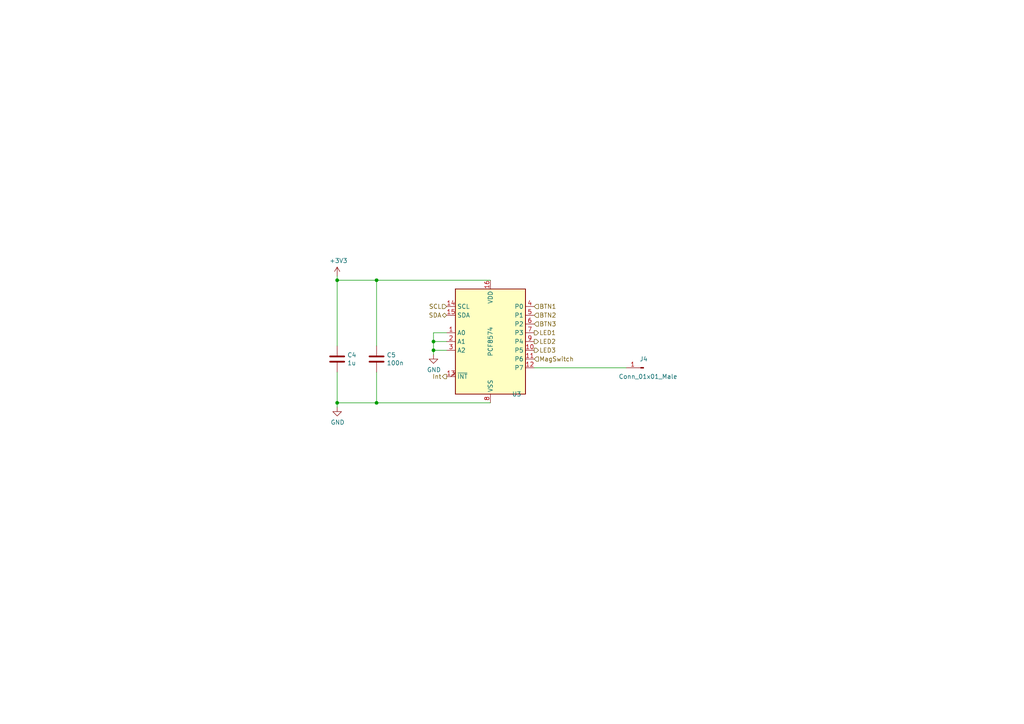
<source format=kicad_sch>
(kicad_sch (version 20211123) (generator eeschema)
  (paper "A4")
  (title_block (title "Port Expander"))
  (lib_symbols
    (symbol "Connector:Conn_01x01_Male" (pin_names (offset 1.016) hide)
      (property "Reference" "J" (at 0 2.54 0))
      (property "Value" "Conn_01x01_Male" (at 0 -2.54 0))
      (symbol "Conn_01x01_Male_1_1"
        (polyline (pts (xy 1.27 0) (xy 0.8636 0)) (stroke (width 0.1524)))
        (rectangle (start 0.8636 0.127) (end 0 -0.127) (stroke (width 0.1524)) (fill (type outline)))
        (pin passive line (at 5.08 0 180) (length 3.81) (name "Pin_1") (number "1"))
      )
    )
    (symbol "Device:C" (pin_numbers hide) (pin_names (offset 0.254))
      (property "Reference" "C" (at 0.635 2.54 0))
      (property "Value" "C" (at 0.635 -2.54 0))
      (symbol "C_0_1"
        (polyline (pts (xy -2.032 -0.762) (xy 2.032 -0.762)) (stroke (width 0.508)))
        (polyline (pts (xy -2.032 0.762) (xy 2.032 0.762)) (stroke (width 0.508)))
      )
      (symbol "C_1_1"
        (pin passive line (at 0 3.81 270) (length 2.794) (name "~") (number "1"))
        (pin passive line (at 0 -3.81 90) (length 2.794) (name "~") (number "2"))
      )
    )
    (symbol "Interface_Expansion:PCF8574"
      (property "Reference" "U" (at -8.89 16.51 0))
      (property "Value" "PCF8574" (at 2.54 16.51 0))
      (symbol "PCF8574_0_1"
        (rectangle (start -10.16 15.24) (end 10.16 -15.24) (stroke (width 0.254)) (fill (type background)))
      )
      (symbol "PCF8574_1_1"
        (pin input line (at -12.7 2.54 0) (length 2.54) (name "A0") (number "1"))
        (pin bidirectional line (at 12.7 -2.54 180) (length 2.54) (name "P5") (number "10"))
        (pin bidirectional line (at 12.7 -5.08 180) (length 2.54) (name "P6") (number "11"))
        (pin bidirectional line (at 12.7 -7.62 180) (length 2.54) (name "P7") (number "12"))
        (pin open_collector output_low (at -12.7 -10.16 0) (length 2.54) (name "~{INT}") (number "13"))
        (pin input line (at -12.7 10.16 0) (length 2.54) (name "SCL") (number "14"))
        (pin bidirectional line (at -12.7 7.62 0) (length 2.54) (name "SDA") (number "15"))
        (pin power_in line (at 0 17.78 270) (length 2.54) (name "VDD") (number "16"))
        (pin input line (at -12.7 0 0) (length 2.54) (name "A1") (number "2"))
        (pin input line (at -12.7 -2.54 0) (length 2.54) (name "A2") (number "3"))
        (pin bidirectional line (at 12.7 10.16 180) (length 2.54) (name "P0") (number "4"))
        (pin bidirectional line (at 12.7 7.62 180) (length 2.54) (name "P1") (number "5"))
        (pin bidirectional line (at 12.7 5.08 180) (length 2.54) (name "P2") (number "6"))
        (pin bidirectional line (at 12.7 2.54 180) (length 2.54) (name "P3") (number "7"))
        (pin power_in line (at 0 -17.78 90) (length 2.54) (name "VSS") (number "8"))
        (pin bidirectional line (at 12.7 0 180) (length 2.54) (name "P4") (number "9"))
      )
    )
    (symbol "Sodastream-rescue:+3.3V-power" (power) (pin_names (offset 0))
      (property "Value" "+3.3V-power" (at 0 3.556 0))
      (symbol "+3.3V-power_0_1"
        (polyline (pts (xy -0.762 1.27) (xy 0 2.54)))
        (polyline (pts (xy 0 0) (xy 0 2.54)))
        (polyline (pts (xy 0 2.54) (xy 0.762 1.27)))
      )
      (symbol "+3.3V-power_1_1"
        (pin power_in line (at 0 0 90) (length 0) hide (name "+3V3") (number "1"))
      )
    )
    (symbol "power:GND" (power) (pin_names (offset 0))
      (property "Value" "GND" (at 0 -3.81 0))
      (symbol "GND_0_1"
        (polyline (pts (xy 0 0) (xy 0 -1.27) (xy 1.27 -1.27) (xy 0 -2.54) (xy -1.27 -1.27) (xy 0 -1.27)))
      )
      (symbol "GND_1_1"
        (pin power_in line (at 0 0 270) (length 0) hide (name "GND") (number "1"))
      )
    )
  )
  (junction (at 125.73 101.6))
  (junction (at 109.22 116.84))
  (junction (at 97.79 81.28))
  (junction (at 97.79 116.84))
  (junction (at 125.73 99.06))
  (junction (at 109.22 81.28))
  (wire (pts (xy 97.79 100.33) (xy 97.79 81.28)))
  (wire (pts (xy 109.22 81.28) (xy 142.24 81.28)))
  (wire (pts (xy 97.79 81.28) (xy 97.79 80.01)))
  (wire (pts (xy 97.79 107.95) (xy 97.79 116.84)))
  (wire (pts (xy 109.22 116.84) (xy 142.24 116.84)))
  (wire (pts (xy 125.73 101.6) (xy 129.54 101.6)))
  (wire (pts (xy 97.79 116.84) (xy 97.79 118.11)))
  (wire (pts (xy 125.73 102.87) (xy 125.73 101.6)))
  (wire (pts (xy 109.22 107.95) (xy 109.22 116.84)))
  (wire (pts (xy 125.73 99.06) (xy 125.73 101.6)))
  (wire (pts (xy 154.94 106.68) (xy 181.61 106.68)))
  (wire (pts (xy 125.73 96.52) (xy 125.73 99.06)))
  (wire (pts (xy 129.54 96.52) (xy 125.73 96.52)))
  (wire (pts (xy 129.54 99.06) (xy 125.73 99.06)))
  (wire (pts (xy 109.22 116.84) (xy 97.79 116.84)))
  (wire (pts (xy 109.22 81.28) (xy 97.79 81.28)))
  (wire (pts (xy 109.22 100.33) (xy 109.22 81.28)))
  (hierarchical_label "SDA" (shape bidirectional) (at 129.54 91.44 180))
  (hierarchical_label "BTN1" (shape input) (at 154.94 88.9 0))
  (hierarchical_label "Int" (shape output) (at 129.54 109.22 180))
  (hierarchical_label "LED1" (shape output) (at 154.94 96.52 0))
  (hierarchical_label "LED2" (shape output) (at 154.94 99.06 0))
  (hierarchical_label "LED3" (shape output) (at 154.94 101.6 0))
  (hierarchical_label "BTN3" (shape input) (at 154.94 93.98 0))
  (hierarchical_label "SCL" (shape input) (at 129.54 88.9 180))
  (hierarchical_label "MagSwitch" (shape input) (at 154.94 104.14 0))
  (hierarchical_label "BTN2" (shape input) (at 154.94 91.44 0))
  (symbol (lib_id "Device:C") (at 97.79 104.14 0) (unit 1)
    (property "Reference" "C4" (at 100.711 102.9716 0) (effects (justify left)))
    (property "Value" "1u" (at 100.711 105.283 0) (effects (justify left)))
    (property "Footprint" "Capacitor_SMD:C_0805_2012Metric_Pad1.15x1.40mm_HandSolder" (effects hide))
  )
  (symbol (lib_id "Device:C") (at 109.22 104.14 0) (unit 1)
    (property "Reference" "C5" (at 112.141 102.9716 0) (effects (justify left)))
    (property "Value" "100n" (at 112.141 105.283 0) (effects (justify left)))
    (property "Footprint" "Capacitor_SMD:C_0805_2012Metric_Pad1.15x1.40mm_HandSolder" (effects hide))
  )
  (symbol (lib_id "Interface_Expansion:PCF8574") (at 142.24 99.06 0) (unit 1)
    (property "Reference" "U3" (at 149.86 114.3 0))
    (property "Value" "PCF8574" (at 142.24 99.06 90))
    (property "Footprint" "Package_DIP:DIP-16_W7.62mm" (effects hide))
    (property "Datasheet" "http://www.nxp.com/documents/data_sheet/PCF8574_PCF8574A.pdf" (effects hide))
  )
  (symbol (lib_id "power:GND") (at 125.73 102.87 0) (unit 1)
    (property "Reference" "#PWR023" (effects hide))
    (property "Value" "GND" (at 125.857 107.2642 0))
  )
  (symbol (lib_id "power:GND") (at 97.79 118.11 0) (unit 1)
    (property "Reference" "#PWR022" (effects hide))
    (property "Value" "GND" (at 97.917 122.5042 0))
  )
  (symbol (lib_id "Sodastream-rescue:+3.3V-power") (at 97.79 80.01 0) (unit 1)
    (property "Reference" "#PWR021" (effects hide))
    (property "Value" "+3.3V" (at 98.171 75.6158 0))
  )
  (symbol (lib_id "Connector:Conn_01x01_Male") (at 186.69 106.68 180) (unit 1)
    (property "Reference" "J4" (at 186.69 104.14 0))
    (property "Value" "Conn_01x01_Male" (at 187.96 109.22 0))
    (property "Footprint" "Connector_PinHeader_2.54mm:PinHeader_1x01_P2.54mm_Vertical" (effects hide))
  )
)
</source>
